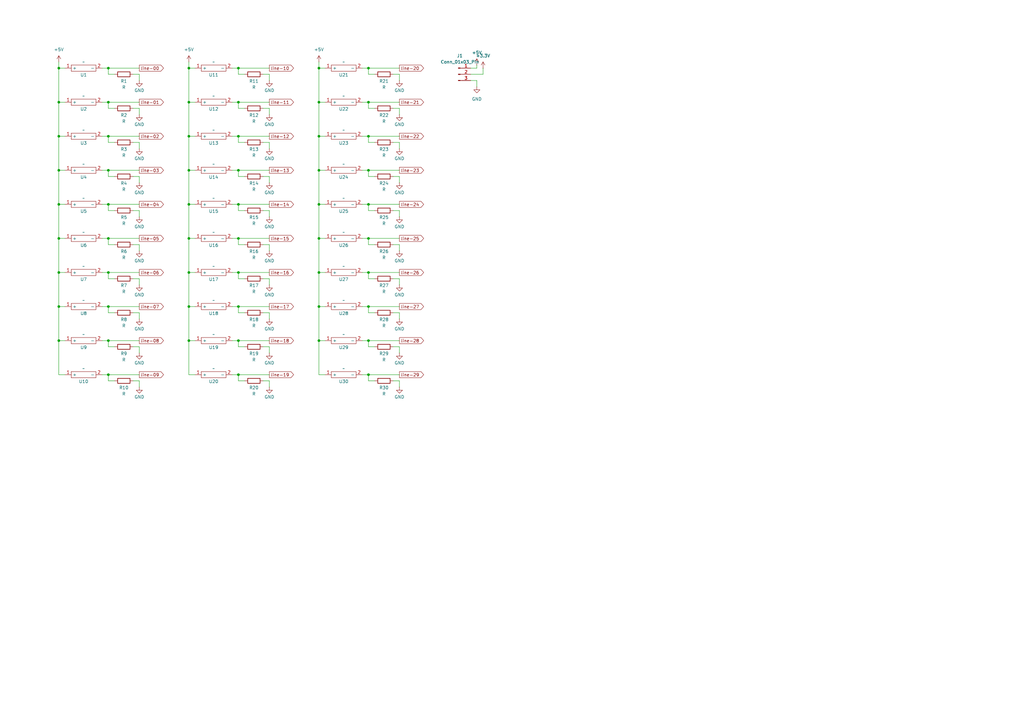
<source format=kicad_sch>
(kicad_sch (version 20231120) (generator "eeschema") (generator_version "8.0")
  (paper "A3")
  (lib_symbols
    (symbol "@2025-line:B19H1LS"
      (property "Reference" "U" (at 0 2.54 0))
      (symbol "B19H1LS_0_1"
        (rectangle (start -5.08 1.27) (end 5.08 -1.27))
      )
      (symbol "B19H1LS_1_1"
        (pin passive line (at -7.62 0 0) (length 2.54) (name "+") (number "1"))
        (pin passive line (at 7.62 0 180) (length 2.54) (name "-") (number "2"))
      )
    )
    (symbol "Connector:Conn_01x03_Pin" (pin_names (offset 1.016) hide)
      (property "Reference" "J" (at 0 5.08 0))
      (property "Value" "Conn_01x03_Pin" (at 0 -5.08 0))
      (symbol "Conn_01x03_Pin_1_1"
        (polyline (pts (xy 1.27 -2.54) (xy 0.8636 -2.54)) (stroke (width 0.1524)))
        (polyline (pts (xy 1.27 0) (xy 0.8636 0)) (stroke (width 0.1524)))
        (polyline (pts (xy 1.27 2.54) (xy 0.8636 2.54)) (stroke (width 0.1524)))
        (rectangle (start 0.8636 -2.413) (end 0 -2.667) (stroke (width 0.1524)) (fill (type outline)))
        (rectangle (start 0.8636 0.127) (end 0 -0.127) (stroke (width 0.1524)) (fill (type outline)))
        (rectangle (start 0.8636 2.667) (end 0 2.413) (stroke (width 0.1524)) (fill (type outline)))
        (pin passive line (at 5.08 2.54 180) (length 3.81) (name "Pin_1") (number "1"))
        (pin passive line (at 5.08 0 180) (length 3.81) (name "Pin_2") (number "2"))
        (pin passive line (at 5.08 -2.54 180) (length 3.81) (name "Pin_3") (number "3"))
      )
    )
    (symbol "Device:R" (pin_numbers hide) (pin_names (offset 0))
      (property "Reference" "R" (at 2.032 0 90))
      (property "Value" "R" (at 0 0 90))
      (symbol "R_0_1"
        (rectangle (start -1.016 -2.54) (end 1.016 2.54) (stroke (width 0.254)))
      )
      (symbol "R_1_1"
        (pin passive line (at 0 3.81 270) (length 1.27) (name "~") (number "1"))
        (pin passive line (at 0 -3.81 90) (length 1.27) (name "~") (number "2"))
      )
    )
    (symbol "power:+3.3V" (power) (pin_numbers hide) (pin_names (offset 0) hide)
      (property "Value" "+3.3V" (at 0 3.556 0))
      (symbol "+3.3V_0_1"
        (polyline (pts (xy -0.762 1.27) (xy 0 2.54)))
        (polyline (pts (xy 0 0) (xy 0 2.54)))
        (polyline (pts (xy 0 2.54) (xy 0.762 1.27)))
      )
      (symbol "+3.3V_1_1"
        (pin power_in line (at 0 0 90) (length 0) (name "~") (number "1"))
      )
    )
    (symbol "power:+5V" (power) (pin_numbers hide) (pin_names (offset 0) hide)
      (property "Value" "+5V" (at 0 3.556 0))
      (symbol "+5V_0_1"
        (polyline (pts (xy -0.762 1.27) (xy 0 2.54)))
        (polyline (pts (xy 0 0) (xy 0 2.54)))
        (polyline (pts (xy 0 2.54) (xy 0.762 1.27)))
      )
      (symbol "+5V_1_1"
        (pin power_in line (at 0 0 90) (length 0) (name "~") (number "1"))
      )
    )
    (symbol "power:GND" (power) (pin_numbers hide) (pin_names (offset 0) hide)
      (property "Value" "GND" (at 0 -3.81 0))
      (symbol "GND_0_1"
        (polyline (pts (xy 0 0) (xy 0 -1.27) (xy 1.27 -1.27) (xy 0 -2.54) (xy -1.27 -1.27) (xy 0 -1.27)))
      )
      (symbol "GND_1_1"
        (pin power_in line (at 0 0 270) (length 0) (name "~") (number "1"))
      )
    )
  )
  (junction (at 151.13 41.91))
  (junction (at 130.81 69.85))
  (junction (at 44.45 153.67))
  (junction (at 97.79 41.91))
  (junction (at 44.45 139.7))
  (junction (at 130.81 97.79))
  (junction (at 97.79 111.76))
  (junction (at 130.81 83.82))
  (junction (at 151.13 111.76))
  (junction (at 97.79 27.94))
  (junction (at 77.47 27.94))
  (junction (at 44.45 111.76))
  (junction (at 130.81 41.91))
  (junction (at 130.81 139.7))
  (junction (at 151.13 97.79))
  (junction (at 130.81 111.76))
  (junction (at 151.13 69.85))
  (junction (at 97.79 139.7))
  (junction (at 44.45 83.82))
  (junction (at 77.47 139.7))
  (junction (at 24.13 41.91))
  (junction (at 24.13 55.88))
  (junction (at 151.13 125.73))
  (junction (at 97.79 125.73))
  (junction (at 151.13 55.88))
  (junction (at 44.45 55.88))
  (junction (at 24.13 125.73))
  (junction (at 77.47 83.82))
  (junction (at 44.45 125.73))
  (junction (at 97.79 83.82))
  (junction (at 97.79 97.79))
  (junction (at 24.13 97.79))
  (junction (at 24.13 27.94))
  (junction (at 97.79 69.85))
  (junction (at 24.13 111.76))
  (junction (at 97.79 153.67))
  (junction (at 97.79 55.88))
  (junction (at 130.81 55.88))
  (junction (at 24.13 83.82))
  (junction (at 151.13 27.94))
  (junction (at 77.47 41.91))
  (junction (at 44.45 27.94))
  (junction (at 151.13 153.67))
  (junction (at 44.45 69.85))
  (junction (at 77.47 55.88))
  (junction (at 130.81 27.94))
  (junction (at 151.13 139.7))
  (junction (at 77.47 111.76))
  (junction (at 44.45 41.91))
  (junction (at 130.81 125.73))
  (junction (at 24.13 139.7))
  (junction (at 44.45 97.79))
  (junction (at 77.47 69.85))
  (junction (at 24.13 69.85))
  (junction (at 77.47 125.73))
  (junction (at 151.13 83.82))
  (junction (at 77.47 97.79))
  (wire (pts (xy 130.81 139.7) (xy 133.35 139.7)))
  (wire (pts (xy 77.47 97.79) (xy 80.01 97.79)))
  (wire (pts (xy 130.81 153.67) (xy 130.81 139.7)))
  (wire (pts (xy 161.29 114.3) (xy 163.83 114.3)))
  (wire (pts (xy 151.13 114.3) (xy 153.67 114.3)))
  (wire (pts (xy 195.58 33.02) (xy 195.58 35.56)))
  (wire (pts (xy 163.83 72.39) (xy 163.83 74.93)))
  (wire (pts (xy 97.79 114.3) (xy 100.33 114.3)))
  (wire (pts (xy 97.79 97.79) (xy 110.49 97.79)))
  (wire (pts (xy 95.25 83.82) (xy 97.79 83.82)))
  (wire (pts (xy 77.47 153.67) (xy 80.01 153.67)))
  (wire (pts (xy 130.81 55.88) (xy 133.35 55.88)))
  (wire (pts (xy 44.45 153.67) (xy 57.15 153.67)))
  (wire (pts (xy 44.45 83.82) (xy 44.45 86.36)))
  (wire (pts (xy 24.13 55.88) (xy 24.13 41.91)))
  (wire (pts (xy 77.47 69.85) (xy 77.47 55.88)))
  (wire (pts (xy 41.91 41.91) (xy 44.45 41.91)))
  (wire (pts (xy 193.04 33.02) (xy 195.58 33.02)))
  (wire (pts (xy 44.45 97.79) (xy 44.45 100.33)))
  (wire (pts (xy 195.58 26.67) (xy 195.58 27.94)))
  (wire (pts (xy 151.13 139.7) (xy 163.83 139.7)))
  (wire (pts (xy 57.15 142.24) (xy 57.15 144.78)))
  (wire (pts (xy 95.25 153.67) (xy 97.79 153.67)))
  (wire (pts (xy 130.81 25.4) (xy 130.81 27.94)))
  (wire (pts (xy 77.47 83.82) (xy 77.47 69.85)))
  (wire (pts (xy 97.79 111.76) (xy 110.49 111.76)))
  (wire (pts (xy 97.79 153.67) (xy 110.49 153.67)))
  (wire (pts (xy 151.13 125.73) (xy 163.83 125.73)))
  (wire (pts (xy 97.79 97.79) (xy 97.79 100.33)))
  (wire (pts (xy 24.13 97.79) (xy 26.67 97.79)))
  (wire (pts (xy 57.15 128.27) (xy 57.15 130.81)))
  (wire (pts (xy 198.12 30.48) (xy 193.04 30.48)))
  (wire (pts (xy 95.25 55.88) (xy 97.79 55.88)))
  (wire (pts (xy 97.79 30.48) (xy 100.33 30.48)))
  (wire (pts (xy 151.13 58.42) (xy 153.67 58.42)))
  (wire (pts (xy 163.83 86.36) (xy 163.83 88.9)))
  (wire (pts (xy 24.13 153.67) (xy 26.67 153.67)))
  (wire (pts (xy 57.15 114.3) (xy 57.15 116.84)))
  (wire (pts (xy 130.81 41.91) (xy 133.35 41.91)))
  (wire (pts (xy 77.47 25.4) (xy 77.47 27.94)))
  (wire (pts (xy 41.91 97.79) (xy 44.45 97.79)))
  (wire (pts (xy 95.25 27.94) (xy 97.79 27.94)))
  (wire (pts (xy 151.13 72.39) (xy 153.67 72.39)))
  (wire (pts (xy 54.61 156.21) (xy 57.15 156.21)))
  (wire (pts (xy 44.45 139.7) (xy 44.45 142.24)))
  (wire (pts (xy 110.49 114.3) (xy 110.49 116.84)))
  (wire (pts (xy 151.13 111.76) (xy 163.83 111.76)))
  (wire (pts (xy 44.45 69.85) (xy 57.15 69.85)))
  (wire (pts (xy 95.25 139.7) (xy 97.79 139.7)))
  (wire (pts (xy 130.81 153.67) (xy 133.35 153.67)))
  (wire (pts (xy 151.13 41.91) (xy 151.13 44.45)))
  (wire (pts (xy 151.13 55.88) (xy 163.83 55.88)))
  (wire (pts (xy 151.13 27.94) (xy 151.13 30.48)))
  (wire (pts (xy 161.29 142.24) (xy 163.83 142.24)))
  (wire (pts (xy 97.79 139.7) (xy 97.79 142.24)))
  (wire (pts (xy 41.91 27.94) (xy 44.45 27.94)))
  (wire (pts (xy 163.83 44.45) (xy 163.83 46.99)))
  (wire (pts (xy 97.79 111.76) (xy 97.79 114.3)))
  (wire (pts (xy 161.29 86.36) (xy 163.83 86.36)))
  (wire (pts (xy 110.49 100.33) (xy 110.49 102.87)))
  (wire (pts (xy 44.45 41.91) (xy 57.15 41.91)))
  (wire (pts (xy 130.81 55.88) (xy 130.81 41.91)))
  (wire (pts (xy 130.81 139.7) (xy 130.81 125.73)))
  (wire (pts (xy 44.45 27.94) (xy 44.45 30.48)))
  (wire (pts (xy 107.95 30.48) (xy 110.49 30.48)))
  (wire (pts (xy 97.79 83.82) (xy 110.49 83.82)))
  (wire (pts (xy 24.13 27.94) (xy 26.67 27.94)))
  (wire (pts (xy 161.29 44.45) (xy 163.83 44.45)))
  (wire (pts (xy 97.79 125.73) (xy 97.79 128.27)))
  (wire (pts (xy 97.79 44.45) (xy 100.33 44.45)))
  (wire (pts (xy 24.13 139.7) (xy 24.13 125.73)))
  (wire (pts (xy 77.47 125.73) (xy 77.47 111.76)))
  (wire (pts (xy 57.15 86.36) (xy 57.15 88.9)))
  (wire (pts (xy 151.13 83.82) (xy 163.83 83.82)))
  (wire (pts (xy 161.29 156.21) (xy 163.83 156.21)))
  (wire (pts (xy 54.61 142.24) (xy 57.15 142.24)))
  (wire (pts (xy 54.61 114.3) (xy 57.15 114.3)))
  (wire (pts (xy 41.91 153.67) (xy 44.45 153.67)))
  (wire (pts (xy 44.45 114.3) (xy 46.99 114.3)))
  (wire (pts (xy 95.25 125.73) (xy 97.79 125.73)))
  (wire (pts (xy 148.59 97.79) (xy 151.13 97.79)))
  (wire (pts (xy 130.81 69.85) (xy 133.35 69.85)))
  (wire (pts (xy 151.13 97.79) (xy 163.83 97.79)))
  (wire (pts (xy 97.79 100.33) (xy 100.33 100.33)))
  (wire (pts (xy 130.81 97.79) (xy 130.81 83.82)))
  (wire (pts (xy 110.49 58.42) (xy 110.49 60.96)))
  (wire (pts (xy 107.95 156.21) (xy 110.49 156.21)))
  (wire (pts (xy 24.13 83.82) (xy 26.67 83.82)))
  (wire (pts (xy 163.83 114.3) (xy 163.83 116.84)))
  (wire (pts (xy 97.79 128.27) (xy 100.33 128.27)))
  (wire (pts (xy 151.13 41.91) (xy 163.83 41.91)))
  (wire (pts (xy 77.47 55.88) (xy 80.01 55.88)))
  (wire (pts (xy 151.13 111.76) (xy 151.13 114.3)))
  (wire (pts (xy 97.79 153.67) (xy 97.79 156.21)))
  (wire (pts (xy 24.13 41.91) (xy 24.13 27.94)))
  (wire (pts (xy 151.13 128.27) (xy 153.67 128.27)))
  (wire (pts (xy 77.47 55.88) (xy 77.47 41.91)))
  (wire (pts (xy 163.83 128.27) (xy 163.83 130.81)))
  (wire (pts (xy 130.81 111.76) (xy 133.35 111.76)))
  (wire (pts (xy 151.13 97.79) (xy 151.13 100.33)))
  (wire (pts (xy 163.83 58.42) (xy 163.83 60.96)))
  (wire (pts (xy 151.13 100.33) (xy 153.67 100.33)))
  (wire (pts (xy 107.95 58.42) (xy 110.49 58.42)))
  (wire (pts (xy 54.61 30.48) (xy 57.15 30.48)))
  (wire (pts (xy 97.79 139.7) (xy 110.49 139.7)))
  (wire (pts (xy 198.12 27.94) (xy 198.12 30.48)))
  (wire (pts (xy 130.81 125.73) (xy 133.35 125.73)))
  (wire (pts (xy 130.81 97.79) (xy 133.35 97.79)))
  (wire (pts (xy 44.45 97.79) (xy 57.15 97.79)))
  (wire (pts (xy 57.15 100.33) (xy 57.15 102.87)))
  (wire (pts (xy 151.13 86.36) (xy 153.67 86.36)))
  (wire (pts (xy 24.13 139.7) (xy 26.67 139.7)))
  (wire (pts (xy 148.59 41.91) (xy 151.13 41.91)))
  (wire (pts (xy 41.91 139.7) (xy 44.45 139.7)))
  (wire (pts (xy 24.13 125.73) (xy 26.67 125.73)))
  (wire (pts (xy 97.79 156.21) (xy 100.33 156.21)))
  (wire (pts (xy 151.13 83.82) (xy 151.13 86.36)))
  (wire (pts (xy 95.25 97.79) (xy 97.79 97.79)))
  (wire (pts (xy 130.81 111.76) (xy 130.81 97.79)))
  (wire (pts (xy 151.13 125.73) (xy 151.13 128.27)))
  (wire (pts (xy 148.59 69.85) (xy 151.13 69.85)))
  (wire (pts (xy 97.79 41.91) (xy 97.79 44.45)))
  (wire (pts (xy 41.91 111.76) (xy 44.45 111.76)))
  (wire (pts (xy 107.95 44.45) (xy 110.49 44.45)))
  (wire (pts (xy 151.13 55.88) (xy 151.13 58.42)))
  (wire (pts (xy 97.79 69.85) (xy 110.49 69.85)))
  (wire (pts (xy 57.15 44.45) (xy 57.15 46.99)))
  (wire (pts (xy 130.81 41.91) (xy 130.81 27.94)))
  (wire (pts (xy 44.45 111.76) (xy 57.15 111.76)))
  (wire (pts (xy 110.49 72.39) (xy 110.49 74.93)))
  (wire (pts (xy 77.47 111.76) (xy 77.47 97.79)))
  (wire (pts (xy 54.61 44.45) (xy 57.15 44.45)))
  (wire (pts (xy 44.45 111.76) (xy 44.45 114.3)))
  (wire (pts (xy 195.58 27.94) (xy 193.04 27.94)))
  (wire (pts (xy 107.95 142.24) (xy 110.49 142.24)))
  (wire (pts (xy 77.47 111.76) (xy 80.01 111.76)))
  (wire (pts (xy 44.45 142.24) (xy 46.99 142.24)))
  (wire (pts (xy 57.15 156.21) (xy 57.15 158.75)))
  (wire (pts (xy 107.95 100.33) (xy 110.49 100.33)))
  (wire (pts (xy 44.45 128.27) (xy 46.99 128.27)))
  (wire (pts (xy 54.61 72.39) (xy 57.15 72.39)))
  (wire (pts (xy 148.59 27.94) (xy 151.13 27.94)))
  (wire (pts (xy 54.61 86.36) (xy 57.15 86.36)))
  (wire (pts (xy 148.59 125.73) (xy 151.13 125.73)))
  (wire (pts (xy 110.49 128.27) (xy 110.49 130.81)))
  (wire (pts (xy 148.59 83.82) (xy 151.13 83.82)))
  (wire (pts (xy 24.13 41.91) (xy 26.67 41.91)))
  (wire (pts (xy 77.47 139.7) (xy 77.47 125.73)))
  (wire (pts (xy 130.81 27.94) (xy 133.35 27.94)))
  (wire (pts (xy 107.95 128.27) (xy 110.49 128.27)))
  (wire (pts (xy 163.83 30.48) (xy 163.83 33.02)))
  (wire (pts (xy 44.45 55.88) (xy 44.45 58.42)))
  (wire (pts (xy 110.49 156.21) (xy 110.49 158.75)))
  (wire (pts (xy 24.13 111.76) (xy 24.13 97.79)))
  (wire (pts (xy 130.81 69.85) (xy 130.81 55.88)))
  (wire (pts (xy 95.25 41.91) (xy 97.79 41.91)))
  (wire (pts (xy 148.59 139.7) (xy 151.13 139.7)))
  (wire (pts (xy 161.29 30.48) (xy 163.83 30.48)))
  (wire (pts (xy 130.81 125.73) (xy 130.81 111.76)))
  (wire (pts (xy 163.83 100.33) (xy 163.83 102.87)))
  (wire (pts (xy 57.15 72.39) (xy 57.15 74.93)))
  (wire (pts (xy 24.13 125.73) (xy 24.13 111.76)))
  (wire (pts (xy 151.13 69.85) (xy 163.83 69.85)))
  (wire (pts (xy 57.15 58.42) (xy 57.15 60.96)))
  (wire (pts (xy 148.59 111.76) (xy 151.13 111.76)))
  (wire (pts (xy 151.13 27.94) (xy 163.83 27.94)))
  (wire (pts (xy 95.25 111.76) (xy 97.79 111.76)))
  (wire (pts (xy 107.95 86.36) (xy 110.49 86.36)))
  (wire (pts (xy 151.13 139.7) (xy 151.13 142.24)))
  (wire (pts (xy 24.13 83.82) (xy 24.13 69.85)))
  (wire (pts (xy 163.83 156.21) (xy 163.83 158.75)))
  (wire (pts (xy 97.79 142.24) (xy 100.33 142.24)))
  (wire (pts (xy 44.45 156.21) (xy 46.99 156.21)))
  (wire (pts (xy 130.81 83.82) (xy 130.81 69.85)))
  (wire (pts (xy 151.13 156.21) (xy 153.67 156.21)))
  (wire (pts (xy 44.45 58.42) (xy 46.99 58.42)))
  (wire (pts (xy 110.49 44.45) (xy 110.49 46.99)))
  (wire (pts (xy 24.13 69.85) (xy 24.13 55.88)))
  (wire (pts (xy 57.15 30.48) (xy 57.15 33.02)))
  (wire (pts (xy 44.45 69.85) (xy 44.45 72.39)))
  (wire (pts (xy 95.25 69.85) (xy 97.79 69.85)))
  (wire (pts (xy 44.45 72.39) (xy 46.99 72.39)))
  (wire (pts (xy 41.91 83.82) (xy 44.45 83.82)))
  (wire (pts (xy 44.45 44.45) (xy 46.99 44.45)))
  (wire (pts (xy 97.79 58.42) (xy 100.33 58.42)))
  (wire (pts (xy 77.47 125.73) (xy 80.01 125.73)))
  (wire (pts (xy 44.45 86.36) (xy 46.99 86.36)))
  (wire (pts (xy 110.49 30.48) (xy 110.49 33.02)))
  (wire (pts (xy 54.61 58.42) (xy 57.15 58.42)))
  (wire (pts (xy 151.13 30.48) (xy 153.67 30.48)))
  (wire (pts (xy 97.79 86.36) (xy 100.33 86.36)))
  (wire (pts (xy 41.91 55.88) (xy 44.45 55.88)))
  (wire (pts (xy 44.45 55.88) (xy 57.15 55.88)))
  (wire (pts (xy 44.45 125.73) (xy 57.15 125.73)))
  (wire (pts (xy 97.79 27.94) (xy 97.79 30.48)))
  (wire (pts (xy 163.83 142.24) (xy 163.83 144.78)))
  (wire (pts (xy 97.79 55.88) (xy 110.49 55.88)))
  (wire (pts (xy 151.13 153.67) (xy 163.83 153.67)))
  (wire (pts (xy 161.29 128.27) (xy 163.83 128.27)))
  (wire (pts (xy 151.13 153.67) (xy 151.13 156.21)))
  (wire (pts (xy 110.49 86.36) (xy 110.49 88.9)))
  (wire (pts (xy 44.45 100.33) (xy 46.99 100.33)))
  (wire (pts (xy 77.47 41.91) (xy 77.47 27.94)))
  (wire (pts (xy 77.47 27.94) (xy 80.01 27.94)))
  (wire (pts (xy 54.61 128.27) (xy 57.15 128.27)))
  (wire (pts (xy 97.79 83.82) (xy 97.79 86.36)))
  (wire (pts (xy 148.59 153.67) (xy 151.13 153.67)))
  (wire (pts (xy 161.29 72.39) (xy 163.83 72.39)))
  (wire (pts (xy 97.79 125.73) (xy 110.49 125.73)))
  (wire (pts (xy 97.79 41.91) (xy 110.49 41.91)))
  (wire (pts (xy 97.79 69.85) (xy 97.79 72.39)))
  (wire (pts (xy 24.13 69.85) (xy 26.67 69.85)))
  (wire (pts (xy 148.59 55.88) (xy 151.13 55.88)))
  (wire (pts (xy 77.47 153.67) (xy 77.47 139.7)))
  (wire (pts (xy 24.13 97.79) (xy 24.13 83.82)))
  (wire (pts (xy 77.47 139.7) (xy 80.01 139.7)))
  (wire (pts (xy 130.81 83.82) (xy 133.35 83.82)))
  (wire (pts (xy 24.13 111.76) (xy 26.67 111.76)))
  (wire (pts (xy 97.79 27.94) (xy 110.49 27.94)))
  (wire (pts (xy 41.91 69.85) (xy 44.45 69.85)))
  (wire (pts (xy 77.47 41.91) (xy 80.01 41.91)))
  (wire (pts (xy 151.13 69.85) (xy 151.13 72.39)))
  (wire (pts (xy 110.49 142.24) (xy 110.49 144.78)))
  (wire (pts (xy 44.45 153.67) (xy 44.45 156.21)))
  (wire (pts (xy 44.45 27.94) (xy 57.15 27.94)))
  (wire (pts (xy 97.79 55.88) (xy 97.79 58.42)))
  (wire (pts (xy 54.61 100.33) (xy 57.15 100.33)))
  (wire (pts (xy 44.45 125.73) (xy 44.45 128.27)))
  (wire (pts (xy 151.13 142.24) (xy 153.67 142.24)))
  (wire (pts (xy 161.29 58.42) (xy 163.83 58.42)))
  (wire (pts (xy 161.29 100.33) (xy 163.83 100.33)))
  (wire (pts (xy 151.13 44.45) (xy 153.67 44.45)))
  (wire (pts (xy 107.95 114.3) (xy 110.49 114.3)))
  (wire (pts (xy 77.47 69.85) (xy 80.01 69.85)))
  (wire (pts (xy 44.45 41.91) (xy 44.45 44.45)))
  (wire (pts (xy 24.13 25.4) (xy 24.13 27.94)))
  (wire (pts (xy 24.13 153.67) (xy 24.13 139.7)))
  (wire (pts (xy 77.47 83.82) (xy 80.01 83.82)))
  (wire (pts (xy 24.13 55.88) (xy 26.67 55.88)))
  (wire (pts (xy 97.79 72.39) (xy 100.33 72.39)))
  (wire (pts (xy 44.45 139.7) (xy 57.15 139.7)))
  (wire (pts (xy 77.47 97.79) (xy 77.47 83.82)))
  (wire (pts (xy 44.45 30.48) (xy 46.99 30.48)))
  (wire (pts (xy 44.45 83.82) (xy 57.15 83.82)))
  (wire (pts (xy 41.91 125.73) (xy 44.45 125.73)))
  (wire (pts (xy 107.95 72.39) (xy 110.49 72.39)))
  (global_label "line-05" (shape output) (at 57.15 97.79 0) (property "Intersheetrefs" "${INTERSHEET_REFS}" (effects (hide yes))))
  (global_label "line-16" (shape output) (at 110.49 111.76 0) (property "Intersheetrefs" "${INTERSHEET_REFS}" (effects (hide yes))))
  (global_label "line-10" (shape output) (at 110.49 27.94 0) (property "Intersheetrefs" "${INTERSHEET_REFS}" (effects (hide yes))))
  (global_label "line-29" (shape output) (at 163.83 153.67 0) (property "Intersheetrefs" "${INTERSHEET_REFS}" (effects (hide yes))))
  (global_label "line-22" (shape output) (at 163.83 55.88 0) (property "Intersheetrefs" "${INTERSHEET_REFS}" (effects (hide yes))))
  (global_label "line-07" (shape output) (at 57.15 125.73 0) (property "Intersheetrefs" "${INTERSHEET_REFS}" (effects (hide yes))))
  (global_label "line-06" (shape output) (at 57.15 111.76 0) (property "Intersheetrefs" "${INTERSHEET_REFS}" (effects (hide yes))))
  (global_label "line-14" (shape output) (at 110.49 83.82 0) (property "Intersheetrefs" "${INTERSHEET_REFS}" (effects (hide yes))))
  (global_label "line-21" (shape output) (at 163.83 41.91 0) (property "Intersheetrefs" "${INTERSHEET_REFS}" (effects (hide yes))))
  (global_label "line-08" (shape output) (at 57.15 139.7 0) (property "Intersheetrefs" "${INTERSHEET_REFS}" (effects (hide yes))))
  (global_label "line-00" (shape output) (at 57.15 27.94 0) (property "Intersheetrefs" "${INTERSHEET_REFS}" (effects (hide yes))))
  (global_label "line-01" (shape output) (at 57.15 41.91 0) (property "Intersheetrefs" "${INTERSHEET_REFS}" (effects (hide yes))))
  (global_label "line-18" (shape output) (at 110.49 139.7 0) (property "Intersheetrefs" "${INTERSHEET_REFS}" (effects (hide yes))))
  (global_label "line-02" (shape output) (at 57.15 55.88 0) (property "Intersheetrefs" "${INTERSHEET_REFS}" (effects (hide yes))))
  (global_label "line-26" (shape output) (at 163.83 111.76 0) (property "Intersheetrefs" "${INTERSHEET_REFS}" (effects (hide yes))))
  (global_label "line-04" (shape output) (at 57.15 83.82 0) (property "Intersheetrefs" "${INTERSHEET_REFS}" (effects (hide yes))))
  (global_label "line-17" (shape output) (at 110.49 125.73 0) (property "Intersheetrefs" "${INTERSHEET_REFS}" (effects (hide yes))))
  (global_label "line-13" (shape output) (at 110.49 69.85 0) (property "Intersheetrefs" "${INTERSHEET_REFS}" (effects (hide yes))))
  (global_label "line-03" (shape output) (at 57.15 69.85 0) (property "Intersheetrefs" "${INTERSHEET_REFS}" (effects (hide yes))))
  (global_label "line-12" (shape output) (at 110.49 55.88 0) (property "Intersheetrefs" "${INTERSHEET_REFS}" (effects (hide yes))))
  (global_label "line-11" (shape output) (at 110.49 41.91 0) (property "Intersheetrefs" "${INTERSHEET_REFS}" (effects (hide yes))))
  (global_label "line-28" (shape output) (at 163.83 139.7 0) (property "Intersheetrefs" "${INTERSHEET_REFS}" (effects (hide yes))))
  (global_label "line-20" (shape output) (at 163.83 27.94 0) (property "Intersheetrefs" "${INTERSHEET_REFS}" (effects (hide yes))))
  (global_label "line-27" (shape output) (at 163.83 125.73 0) (property "Intersheetrefs" "${INTERSHEET_REFS}" (effects (hide yes))))
  (global_label "line-24" (shape output) (at 163.83 83.82 0) (property "Intersheetrefs" "${INTERSHEET_REFS}" (effects (hide yes))))
  (global_label "line-25" (shape output) (at 163.83 97.79 0) (property "Intersheetrefs" "${INTERSHEET_REFS}" (effects (hide yes))))
  (global_label "line-23" (shape output) (at 163.83 69.85 0) (property "Intersheetrefs" "${INTERSHEET_REFS}" (effects (hide yes))))
  (global_label "line-19" (shape output) (at 110.49 153.67 0) (property "Intersheetrefs" "${INTERSHEET_REFS}" (effects (hide yes))))
  (global_label "line-15" (shape output) (at 110.49 97.79 0) (property "Intersheetrefs" "${INTERSHEET_REFS}" (effects (hide yes))))
  (global_label "line-09" (shape output) (at 57.15 153.67 0) (property "Intersheetrefs" "${INTERSHEET_REFS}" (effects (hide yes))))
  (symbol (lib_id "@2025-line:B19H1LS") (at 87.63 69.85 0) (unit 1)
    (property "Reference" "U14" (at 87.63 72.644 0))
    (property "Value" "~" (at 87.63 67.31 0))
  )
  (symbol (lib_id "@2025-line:B19H1LS") (at 87.63 27.94 0) (unit 1)
    (property "Reference" "U11" (at 87.63 30.734 0))
    (property "Value" "~" (at 87.63 25.4 0))
  )
  (symbol (lib_id "Connector:Conn_01x03_Pin") (at 187.96 30.48 0) (unit 1)
    (property "Reference" "J1" (at 188.595 22.86 0))
    (property "Value" "Conn_01x03_Pin" (at 188.595 25.4 0))
    (property "Description" "Generic connector, single row, 01x03, script generated" (effects (hide yes)))
  )
  (symbol (lib_id "Device:R") (at 104.14 128.27 90) (unit 1)
    (property "Reference" "R18" (at 104.14 131.064 90))
    (property "Value" "R" (at 104.14 133.604 90))
    (property "Description" "Resistor" (effects (hide yes)))
  )
  (symbol (lib_id "Device:R") (at 50.8 58.42 90) (unit 1)
    (property "Reference" "R3" (at 50.8 61.214 90))
    (property "Value" "R" (at 50.8 63.754 90))
    (property "Description" "Resistor" (effects (hide yes)))
  )
  (symbol (lib_id "@2025-line:B19H1LS") (at 140.97 69.85 0) (unit 1)
    (property "Reference" "U24" (at 140.97 72.644 0))
    (property "Value" "~" (at 140.97 67.31 0))
  )
  (symbol (lib_id "Device:R") (at 50.8 128.27 90) (unit 1)
    (property "Reference" "R8" (at 50.8 131.064 90))
    (property "Value" "R" (at 50.8 133.604 90))
    (property "Description" "Resistor" (effects (hide yes)))
  )
  (symbol (lib_id "@2025-line:B19H1LS") (at 87.63 83.82 0) (unit 1)
    (property "Reference" "U15" (at 87.63 86.614 0))
    (property "Value" "~" (at 87.63 81.28 0))
  )
  (symbol (lib_id "Device:R") (at 50.8 156.21 90) (unit 1)
    (property "Reference" "R10" (at 50.8 159.004 90))
    (property "Value" "R" (at 50.8 161.544 90))
    (property "Description" "Resistor" (effects (hide yes)))
  )
  (symbol (lib_id "@2025-line:B19H1LS") (at 34.29 97.79 0) (unit 1)
    (property "Reference" "U6" (at 34.29 100.584 0))
    (property "Value" "~" (at 34.29 95.25 0))
  )
  (symbol (lib_id "@2025-line:B19H1LS") (at 87.63 55.88 0) (unit 1)
    (property "Reference" "U13" (at 87.63 58.674 0))
    (property "Value" "~" (at 87.63 53.34 0))
  )
  (symbol (lib_id "Device:R") (at 104.14 86.36 90) (unit 1)
    (property "Reference" "R15" (at 104.14 89.154 90))
    (property "Value" "R" (at 104.14 91.694 90))
    (property "Description" "Resistor" (effects (hide yes)))
  )
  (symbol (lib_id "@2025-line:B19H1LS") (at 140.97 125.73 0) (unit 1)
    (property "Reference" "U28" (at 140.97 128.524 0))
    (property "Value" "~" (at 140.97 123.19 0))
  )
  (symbol (lib_id "Device:R") (at 104.14 156.21 90) (unit 1)
    (property "Reference" "R20" (at 104.14 159.004 90))
    (property "Value" "R" (at 104.14 161.544 90))
    (property "Description" "Resistor" (effects (hide yes)))
  )
  (symbol (lib_id "power:GND") (at 195.58 35.56 0) (unit 1)
    (property "Reference" "#PWR04" (effects (hide yes)))
    (property "Value" "GND" (at 195.58 40.64 0))
    (property "Description" "Power symbol creates a global label with name \"GND\" , ground" (effects (hide yes)))
  )
  (symbol (lib_id "Device:R") (at 104.14 100.33 90) (unit 1)
    (property "Reference" "R16" (at 104.14 103.124 90))
    (property "Value" "R" (at 104.14 105.664 90))
    (property "Description" "Resistor" (effects (hide yes)))
  )
  (symbol (lib_id "@2025-line:B19H1LS") (at 34.29 83.82 0) (unit 1)
    (property "Reference" "U5" (at 34.29 86.614 0))
    (property "Value" "~" (at 34.29 81.28 0))
  )
  (symbol (lib_id "Device:R") (at 157.48 44.45 90) (unit 1)
    (property "Reference" "R22" (at 157.48 47.244 90))
    (property "Value" "R" (at 157.48 49.784 90))
    (property "Description" "Resistor" (effects (hide yes)))
  )
  (symbol (lib_id "power:GND") (at 57.15 46.99 0) (unit 1)
    (property "Reference" "#PWR06" (effects (hide yes)))
    (property "Value" "GND" (at 57.15 51.054 0))
    (property "Description" "Power symbol creates a global label with name \"GND\" , ground" (effects (hide yes)))
  )
  (symbol (lib_id "Device:R") (at 50.8 44.45 90) (unit 1)
    (property "Reference" "R2" (at 50.8 47.244 90))
    (property "Value" "R" (at 50.8 49.784 90))
    (property "Description" "Resistor" (effects (hide yes)))
  )
  (symbol (lib_id "power:+3.3V") (at 198.12 27.94 0) (unit 1)
    (property "Reference" "#PWR05" (effects (hide yes)))
    (property "Value" "+3.3V" (at 198.12 22.86 0))
    (property "Description" "Power symbol creates a global label with name \"+3.3V\"" (effects (hide yes)))
  )
  (symbol (lib_id "power:GND") (at 57.15 74.93 0) (unit 1)
    (property "Reference" "#PWR08" (effects (hide yes)))
    (property "Value" "GND" (at 57.15 78.994 0))
    (property "Description" "Power symbol creates a global label with name \"GND\" , ground" (effects (hide yes)))
  )
  (symbol (lib_id "power:GND") (at 110.49 158.75 0) (unit 1)
    (property "Reference" "#PWR024" (effects (hide yes)))
    (property "Value" "GND" (at 110.49 162.814 0))
    (property "Description" "Power symbol creates a global label with name \"GND\" , ground" (effects (hide yes)))
  )
  (symbol (lib_id "@2025-line:B19H1LS") (at 140.97 83.82 0) (unit 1)
    (property "Reference" "U25" (at 140.97 86.614 0))
    (property "Value" "~" (at 140.97 81.28 0))
  )
  (symbol (lib_id "power:GND") (at 57.15 158.75 0) (unit 1)
    (property "Reference" "#PWR014" (effects (hide yes)))
    (property "Value" "GND" (at 57.15 162.814 0))
    (property "Description" "Power symbol creates a global label with name \"GND\" , ground" (effects (hide yes)))
  )
  (symbol (lib_id "@2025-line:B19H1LS") (at 87.63 97.79 0) (unit 1)
    (property "Reference" "U16" (at 87.63 100.584 0))
    (property "Value" "~" (at 87.63 95.25 0))
  )
  (symbol (lib_id "Device:R") (at 50.8 86.36 90) (unit 1)
    (property "Reference" "R5" (at 50.8 89.154 90))
    (property "Value" "R" (at 50.8 91.694 90))
    (property "Description" "Resistor" (effects (hide yes)))
  )
  (symbol (lib_id "power:GND") (at 57.15 33.02 0) (unit 1)
    (property "Reference" "#PWR02" (effects (hide yes)))
    (property "Value" "GND" (at 57.15 37.084 0))
    (property "Description" "Power symbol creates a global label with name \"GND\" , ground" (effects (hide yes)))
  )
  (symbol (lib_id "Device:R") (at 104.14 142.24 90) (unit 1)
    (property "Reference" "R19" (at 104.14 145.034 90))
    (property "Value" "R" (at 104.14 147.574 90))
    (property "Description" "Resistor" (effects (hide yes)))
  )
  (symbol (lib_id "power:GND") (at 110.49 74.93 0) (unit 1)
    (property "Reference" "#PWR018" (effects (hide yes)))
    (property "Value" "GND" (at 110.49 78.994 0))
    (property "Description" "Power symbol creates a global label with name \"GND\" , ground" (effects (hide yes)))
  )
  (symbol (lib_id "power:GND") (at 163.83 74.93 0) (unit 1)
    (property "Reference" "#PWR030" (effects (hide yes)))
    (property "Value" "GND" (at 163.83 78.994 0))
    (property "Description" "Power symbol creates a global label with name \"GND\" , ground" (effects (hide yes)))
  )
  (symbol (lib_id "@2025-line:B19H1LS") (at 34.29 139.7 0) (unit 1)
    (property "Reference" "U9" (at 34.29 142.494 0))
    (property "Value" "~" (at 34.29 137.16 0))
  )
  (symbol (lib_id "@2025-line:B19H1LS") (at 140.97 41.91 0) (unit 1)
    (property "Reference" "U22" (at 140.97 44.704 0))
    (property "Value" "~" (at 140.97 39.37 0))
  )
  (symbol (lib_id "power:GND") (at 110.49 130.81 0) (unit 1)
    (property "Reference" "#PWR022" (effects (hide yes)))
    (property "Value" "GND" (at 110.49 134.874 0))
    (property "Description" "Power symbol creates a global label with name \"GND\" , ground" (effects (hide yes)))
  )
  (symbol (lib_id "power:+5V") (at 195.58 26.67 0) (unit 1)
    (property "Reference" "#PWR03" (effects (hide yes)))
    (property "Value" "+5V" (at 195.58 21.59 0))
    (property "Description" "Power symbol creates a global label with name \"+5V\"" (effects (hide yes)))
  )
  (symbol (lib_id "power:GND") (at 57.15 144.78 0) (unit 1)
    (property "Reference" "#PWR013" (effects (hide yes)))
    (property "Value" "GND" (at 57.15 148.844 0))
    (property "Description" "Power symbol creates a global label with name \"GND\" , ground" (effects (hide yes)))
  )
  (symbol (lib_id "Device:R") (at 50.8 142.24 90) (unit 1)
    (property "Reference" "R9" (at 50.8 145.034 90))
    (property "Value" "R" (at 50.8 147.574 90))
    (property "Description" "Resistor" (effects (hide yes)))
  )
  (symbol (lib_id "@2025-line:B19H1LS") (at 140.97 111.76 0) (unit 1)
    (property "Reference" "U27" (at 140.97 114.554 0))
    (property "Value" "~" (at 140.97 109.22 0))
  )
  (symbol (lib_id "power:GND") (at 57.15 60.96 0) (unit 1)
    (property "Reference" "#PWR07" (effects (hide yes)))
    (property "Value" "GND" (at 57.15 65.024 0))
    (property "Description" "Power symbol creates a global label with name \"GND\" , ground" (effects (hide yes)))
  )
  (symbol (lib_id "@2025-line:B19H1LS") (at 87.63 139.7 0) (unit 1)
    (property "Reference" "U19" (at 87.63 142.494 0))
    (property "Value" "~" (at 87.63 137.16 0))
  )
  (symbol (lib_id "power:GND") (at 163.83 144.78 0) (unit 1)
    (property "Reference" "#PWR035" (effects (hide yes)))
    (property "Value" "GND" (at 163.83 148.844 0))
    (property "Description" "Power symbol creates a global label with name \"GND\" , ground" (effects (hide yes)))
  )
  (symbol (lib_id "power:GND") (at 110.49 102.87 0) (unit 1)
    (property "Reference" "#PWR020" (effects (hide yes)))
    (property "Value" "GND" (at 110.49 106.934 0))
    (property "Description" "Power symbol creates a global label with name \"GND\" , ground" (effects (hide yes)))
  )
  (symbol (lib_id "@2025-line:B19H1LS") (at 34.29 41.91 0) (unit 1)
    (property "Reference" "U2" (at 34.29 44.704 0))
    (property "Value" "~" (at 34.29 39.37 0))
  )
  (symbol (lib_id "@2025-line:B19H1LS") (at 140.97 153.67 0) (unit 1)
    (property "Reference" "U30" (at 140.97 156.464 0))
    (property "Value" "~" (at 140.97 151.13 0))
  )
  (symbol (lib_id "power:GND") (at 163.83 33.02 0) (unit 1)
    (property "Reference" "#PWR027" (effects (hide yes)))
    (property "Value" "GND" (at 163.83 37.084 0))
    (property "Description" "Power symbol creates a global label with name \"GND\" , ground" (effects (hide yes)))
  )
  (symbol (lib_id "power:GND") (at 163.83 116.84 0) (unit 1)
    (property "Reference" "#PWR033" (effects (hide yes)))
    (property "Value" "GND" (at 163.83 120.904 0))
    (property "Description" "Power symbol creates a global label with name \"GND\" , ground" (effects (hide yes)))
  )
  (symbol (lib_id "@2025-line:B19H1LS") (at 87.63 153.67 0) (unit 1)
    (property "Reference" "U20" (at 87.63 156.464 0))
    (property "Value" "~" (at 87.63 151.13 0))
  )
  (symbol (lib_id "power:GND") (at 163.83 88.9 0) (unit 1)
    (property "Reference" "#PWR031" (effects (hide yes)))
    (property "Value" "GND" (at 163.83 92.964 0))
    (property "Description" "Power symbol creates a global label with name \"GND\" , ground" (effects (hide yes)))
  )
  (symbol (lib_id "power:GND") (at 57.15 116.84 0) (unit 1)
    (property "Reference" "#PWR011" (effects (hide yes)))
    (property "Value" "GND" (at 57.15 120.904 0))
    (property "Description" "Power symbol creates a global label with name \"GND\" , ground" (effects (hide yes)))
  )
  (symbol (lib_id "Device:R") (at 50.8 72.39 90) (unit 1)
    (property "Reference" "R4" (at 50.8 75.184 90))
    (property "Value" "R" (at 50.8 77.724 90))
    (property "Description" "Resistor" (effects (hide yes)))
  )
  (symbol (lib_id "Device:R") (at 104.14 58.42 90) (unit 1)
    (property "Reference" "R13" (at 104.14 61.214 90))
    (property "Value" "R" (at 104.14 63.754 90))
    (property "Description" "Resistor" (effects (hide yes)))
  )
  (symbol (lib_id "Device:R") (at 157.48 86.36 90) (unit 1)
    (property "Reference" "R25" (at 157.48 89.154 90))
    (property "Value" "R" (at 157.48 91.694 90))
    (property "Description" "Resistor" (effects (hide yes)))
  )
  (symbol (lib_id "power:GND") (at 163.83 158.75 0) (unit 1)
    (property "Reference" "#PWR036" (effects (hide yes)))
    (property "Value" "GND" (at 163.83 162.814 0))
    (property "Description" "Power symbol creates a global label with name \"GND\" , ground" (effects (hide yes)))
  )
  (symbol (lib_id "Device:R") (at 50.8 100.33 90) (unit 1)
    (property "Reference" "R6" (at 50.8 103.124 90))
    (property "Value" "R" (at 50.8 105.664 90))
    (property "Description" "Resistor" (effects (hide yes)))
  )
  (symbol (lib_id "power:GND") (at 110.49 46.99 0) (unit 1)
    (property "Reference" "#PWR016" (effects (hide yes)))
    (property "Value" "GND" (at 110.49 51.054 0))
    (property "Description" "Power symbol creates a global label with name \"GND\" , ground" (effects (hide yes)))
  )
  (symbol (lib_id "@2025-line:B19H1LS") (at 87.63 41.91 0) (unit 1)
    (property "Reference" "U12" (at 87.63 44.704 0))
    (property "Value" "~" (at 87.63 39.37 0))
  )
  (symbol (lib_id "@2025-line:B19H1LS") (at 140.97 97.79 0) (unit 1)
    (property "Reference" "U26" (at 140.97 100.584 0))
    (property "Value" "~" (at 140.97 95.25 0))
  )
  (symbol (lib_id "@2025-line:B19H1LS") (at 34.29 125.73 0) (unit 1)
    (property "Reference" "U8" (at 34.29 128.524 0))
    (property "Value" "~" (at 34.29 123.19 0))
  )
  (symbol (lib_id "Device:R") (at 104.14 72.39 90) (unit 1)
    (property "Reference" "R14" (at 104.14 75.184 90))
    (property "Value" "R" (at 104.14 77.724 90))
    (property "Description" "Resistor" (effects (hide yes)))
  )
  (symbol (lib_id "Device:R") (at 157.48 72.39 90) (unit 1)
    (property "Reference" "R24" (at 157.48 75.184 90))
    (property "Value" "R" (at 157.48 77.724 90))
    (property "Description" "Resistor" (effects (hide yes)))
  )
  (symbol (lib_id "Device:R") (at 157.48 156.21 90) (unit 1)
    (property "Reference" "R30" (at 157.48 159.004 90))
    (property "Value" "R" (at 157.48 161.544 90))
    (property "Description" "Resistor" (effects (hide yes)))
  )
  (symbol (lib_id "power:GND") (at 163.83 46.99 0) (unit 1)
    (property "Reference" "#PWR028" (effects (hide yes)))
    (property "Value" "GND" (at 163.83 51.054 0))
    (property "Description" "Power symbol creates a global label with name \"GND\" , ground" (effects (hide yes)))
  )
  (symbol (lib_id "power:GND") (at 110.49 60.96 0) (unit 1)
    (property "Reference" "#PWR017" (effects (hide yes)))
    (property "Value" "GND" (at 110.49 65.024 0))
    (property "Description" "Power symbol creates a global label with name \"GND\" , ground" (effects (hide yes)))
  )
  (symbol (lib_id "Device:R") (at 104.14 30.48 90) (unit 1)
    (property "Reference" "R11" (at 104.14 33.274 90))
    (property "Value" "R" (at 104.14 35.814 90))
    (property "Description" "Resistor" (effects (hide yes)))
  )
  (symbol (lib_id "power:GND") (at 57.15 88.9 0) (unit 1)
    (property "Reference" "#PWR09" (effects (hide yes)))
    (property "Value" "GND" (at 57.15 92.964 0))
    (property "Description" "Power symbol creates a global label with name \"GND\" , ground" (effects (hide yes)))
  )
  (symbol (lib_id "power:GND") (at 110.49 144.78 0) (unit 1)
    (property "Reference" "#PWR023" (effects (hide yes)))
    (property "Value" "GND" (at 110.49 148.844 0))
    (property "Description" "Power symbol creates a global label with name \"GND\" , ground" (effects (hide yes)))
  )
  (symbol (lib_id "power:GND") (at 163.83 102.87 0) (unit 1)
    (property "Reference" "#PWR032" (effects (hide yes)))
    (property "Value" "GND" (at 163.83 106.934 0))
    (property "Description" "Power symbol creates a global label with name \"GND\" , ground" (effects (hide yes)))
  )
  (symbol (lib_id "power:+5V") (at 24.13 25.4 0) (unit 1)
    (property "Reference" "#PWR01" (effects (hide yes)))
    (property "Value" "+5V" (at 24.13 20.32 0))
    (property "Description" "Power symbol creates a global label with name \"+5V\"" (effects (hide yes)))
  )
  (symbol (lib_id "power:GND") (at 163.83 130.81 0) (unit 1)
    (property "Reference" "#PWR034" (effects (hide yes)))
    (property "Value" "GND" (at 163.83 134.874 0))
    (property "Description" "Power symbol creates a global label with name \"GND\" , ground" (effects (hide yes)))
  )
  (symbol (lib_id "@2025-line:B19H1LS") (at 34.29 153.67 0) (unit 1)
    (property "Reference" "U10" (at 34.29 156.464 0))
    (property "Value" "~" (at 34.29 151.13 0))
  )
  (symbol (lib_id "Device:R") (at 157.48 128.27 90) (unit 1)
    (property "Reference" "R28" (at 157.48 131.064 90))
    (property "Value" "R" (at 157.48 133.604 90))
    (property "Description" "Resistor" (effects (hide yes)))
  )
  (symbol (lib_id "@2025-line:B19H1LS") (at 140.97 55.88 0) (unit 1)
    (property "Reference" "U23" (at 140.97 58.674 0))
    (property "Value" "~" (at 140.97 53.34 0))
  )
  (symbol (lib_id "Device:R") (at 157.48 100.33 90) (unit 1)
    (property "Reference" "R26" (at 157.48 103.124 90))
    (property "Value" "R" (at 157.48 105.664 90))
    (property "Description" "Resistor" (effects (hide yes)))
  )
  (symbol (lib_id "power:GND") (at 110.49 88.9 0) (unit 1)
    (property "Reference" "#PWR019" (effects (hide yes)))
    (property "Value" "GND" (at 110.49 92.964 0))
    (property "Description" "Power symbol creates a global label with name \"GND\" , ground" (effects (hide yes)))
  )
  (symbol (lib_id "@2025-line:B19H1LS") (at 87.63 111.76 0) (unit 1)
    (property "Reference" "U17" (at 87.63 114.554 0))
    (property "Value" "~" (at 87.63 109.22 0))
  )
  (symbol (lib_id "@2025-line:B19H1LS") (at 140.97 139.7 0) (unit 1)
    (property "Reference" "U29" (at 140.97 142.494 0))
    (property "Value" "~" (at 140.97 137.16 0))
  )
  (symbol (lib_id "@2025-line:B19H1LS") (at 34.29 27.94 0) (unit 1)
    (property "Reference" "U1" (at 34.29 30.734 0))
    (property "Value" "~" (at 34.29 25.4 0))
  )
  (symbol (lib_id "power:GND") (at 163.83 60.96 0) (unit 1)
    (property "Reference" "#PWR029" (effects (hide yes)))
    (property "Value" "GND" (at 163.83 65.024 0))
    (property "Description" "Power symbol creates a global label with name \"GND\" , ground" (effects (hide yes)))
  )
  (symbol (lib_id "@2025-line:B19H1LS") (at 34.29 69.85 0) (unit 1)
    (property "Reference" "U4" (at 34.29 72.644 0))
    (property "Value" "~" (at 34.29 67.31 0))
  )
  (symbol (lib_id "@2025-line:B19H1LS") (at 34.29 111.76 0) (unit 1)
    (property "Reference" "U7" (at 34.29 114.554 0))
    (property "Value" "~" (at 34.29 109.22 0))
  )
  (symbol (lib_id "@2025-line:B19H1LS") (at 140.97 27.94 0) (unit 1)
    (property "Reference" "U21" (at 140.97 30.734 0))
    (property "Value" "~" (at 140.97 25.4 0))
  )
  (symbol (lib_id "@2025-line:B19H1LS") (at 34.29 55.88 0) (unit 1)
    (property "Reference" "U3" (at 34.29 58.674 0))
    (property "Value" "~" (at 34.29 53.34 0))
  )
  (symbol (lib_id "power:GND") (at 110.49 33.02 0) (unit 1)
    (property "Reference" "#PWR015" (effects (hide yes)))
    (property "Value" "GND" (at 110.49 37.084 0))
    (property "Description" "Power symbol creates a global label with name \"GND\" , ground" (effects (hide yes)))
  )
  (symbol (lib_id "Device:R") (at 104.14 114.3 90) (unit 1)
    (property "Reference" "R17" (at 104.14 117.094 90))
    (property "Value" "R" (at 104.14 119.634 90))
    (property "Description" "Resistor" (effects (hide yes)))
  )
  (symbol (lib_id "Device:R") (at 157.48 30.48 90) (unit 1)
    (property "Reference" "R21" (at 157.48 33.274 90))
    (property "Value" "R" (at 157.48 35.814 90))
    (property "Description" "Resistor" (effects (hide yes)))
  )
  (symbol (lib_id "power:+5V") (at 77.47 25.4 0) (unit 1)
    (property "Reference" "#PWR025" (effects (hide yes)))
    (property "Value" "+5V" (at 77.47 20.32 0))
    (property "Description" "Power symbol creates a global label with name \"+5V\"" (effects (hide yes)))
  )
  (symbol (lib_id "Device:R") (at 157.48 114.3 90) (unit 1)
    (property "Reference" "R27" (at 157.48 117.094 90))
    (property "Value" "R" (at 157.48 119.634 90))
    (property "Description" "Resistor" (effects (hide yes)))
  )
  (symbol (lib_id "Device:R") (at 50.8 114.3 90) (unit 1)
    (property "Reference" "R7" (at 50.8 117.094 90))
    (property "Value" "R" (at 50.8 119.634 90))
    (property "Description" "Resistor" (effects (hide yes)))
  )
  (symbol (lib_id "Device:R") (at 157.48 58.42 90) (unit 1)
    (property "Reference" "R23" (at 157.48 61.214 90))
    (property "Value" "R" (at 157.48 63.754 90))
    (property "Description" "Resistor" (effects (hide yes)))
  )
  (symbol (lib_id "@2025-line:B19H1LS") (at 87.63 125.73 0) (unit 1)
    (property "Reference" "U18" (at 87.63 128.524 0))
    (property "Value" "~" (at 87.63 123.19 0))
  )
  (symbol (lib_id "power:GND") (at 57.15 130.81 0) (unit 1)
    (property "Reference" "#PWR012" (effects (hide yes)))
    (property "Value" "GND" (at 57.15 134.874 0))
    (property "Description" "Power symbol creates a global label with name \"GND\" , ground" (effects (hide yes)))
  )
  (symbol (lib_id "power:GND") (at 57.15 102.87 0) (unit 1)
    (property "Reference" "#PWR010" (effects (hide yes)))
    (property "Value" "GND" (at 57.15 106.934 0))
    (property "Description" "Power symbol creates a global label with name \"GND\" , ground" (effects (hide yes)))
  )
  (symbol (lib_id "power:GND") (at 110.49 116.84 0) (unit 1)
    (property "Reference" "#PWR021" (effects (hide yes)))
    (property "Value" "GND" (at 110.49 120.904 0))
    (property "Description" "Power symbol creates a global label with name \"GND\" , ground" (effects (hide yes)))
  )
  (symbol (lib_id "Device:R") (at 157.48 142.24 90) (unit 1)
    (property "Reference" "R29" (at 157.48 145.034 90))
    (property "Value" "R" (at 157.48 147.574 90))
    (property "Description" "Resistor" (effects (hide yes)))
  )
  (symbol (lib_id "power:+5V") (at 130.81 25.4 0) (unit 1)
    (property "Reference" "#PWR026" (effects (hide yes)))
    (property "Value" "+5V" (at 130.81 20.32 0))
    (property "Description" "Power symbol creates a global label with name \"+5V\"" (effects (hide yes)))
  )
  (symbol (lib_id "Device:R") (at 104.14 44.45 90) (unit 1)
    (property "Reference" "R12" (at 104.14 47.244 90))
    (property "Value" "R" (at 104.14 49.784 90))
    (property "Description" "Resistor" (effects (hide yes)))
  )
  (symbol (lib_id "Device:R") (at 50.8 30.48 90) (unit 1)
    (property "Reference" "R1" (at 50.8 33.274 90))
    (property "Value" "R" (at 50.8 35.814 90))
    (property "Description" "Resistor" (effects (hide yes)))
  )
)
</source>
